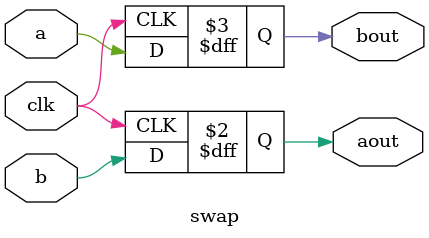
<source format=v>
`timescale 1ns / 1ps


module swap(
    input clk,
    input a,
    input b,
    output reg aout,
    output reg bout
    );
    always @ (posedge clk)
    begin
    aout=b;
    bout=a;
    end
    
endmodule

</source>
